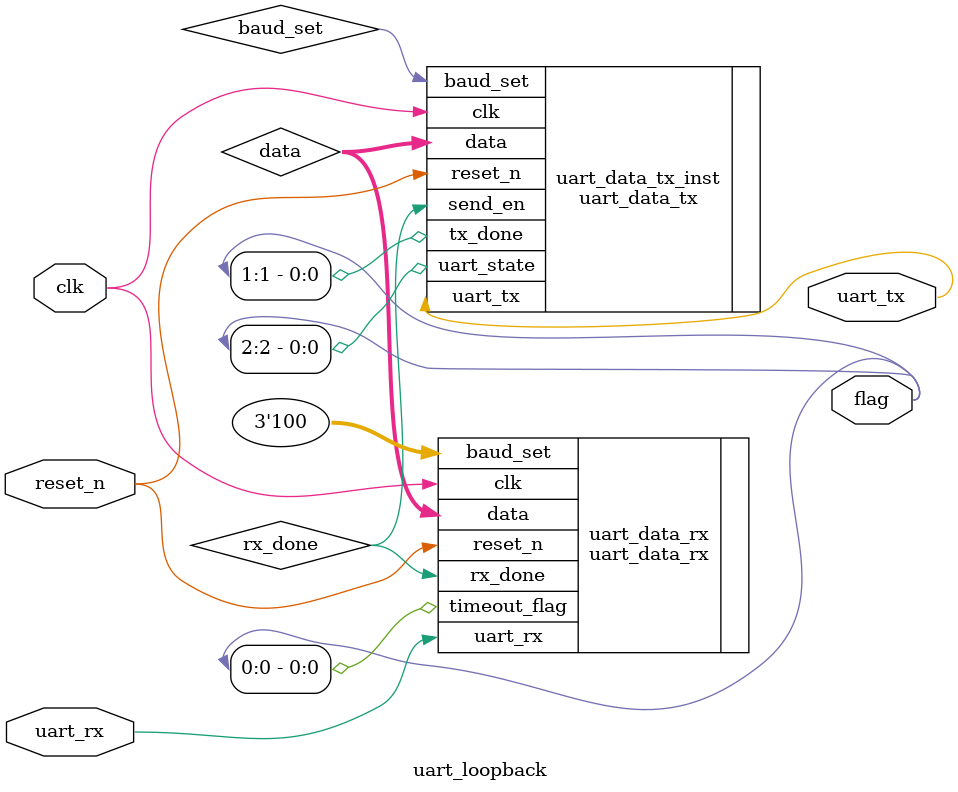
<source format=v>
/****************************************

  Filename            : uart_loopback.v
  Description         : 顶层封装:例化多字节串口收发模块
                        将接收模块的输出与发送模块的输入端相连, 实现串口回环
  Author              : wz
  Date                : 26-09-2024
  Version             : v1
  Version Description : First time edit.

****************************************/

module uart_loopback #(
    parameter DATA_WIDTH = 32,
    parameter MSB_FIRST = 0
) (
    input wire clk,
    input wire reset_n,
    input wire uart_rx,

    output [2: 0] flag,
    output uart_tx
);
    // parameter DATA_WIDTH = 32;
    // parameter MSB_FIRST = 0;

    wire [DATA_WIDTH - 1: 0] data;
    wire rx_done;
    wire [7: 0] data_byte;

    uart_data_rx #(
        .DATA_WIDTH(DATA_WIDTH),
        .MSB_FIRST(MSB_FIRST)
    ) uart_data_rx(
        .clk(clk),
        .reset_n(reset_n),
        .uart_rx(uart_rx),
        .data(data),
        .rx_done(rx_done),
        .timeout_flag(flag[0]),
        .baud_set(3'd4)
    );

    uart_data_tx #(
        .DATA_WIDTH(DATA_WIDTH),
        .MSB_FIRST(MSB_FIRST)
    ) uart_data_tx_inst (
        .clk(clk),
        .reset_n(reset_n),
        .data(data),
        .send_en(rx_done),
        .baud_set(baud_set),
        .uart_tx(uart_tx),
        .tx_done(flag[1]),
        .uart_state(flag[2])
    );
endmodule //uart_loopback

</source>
